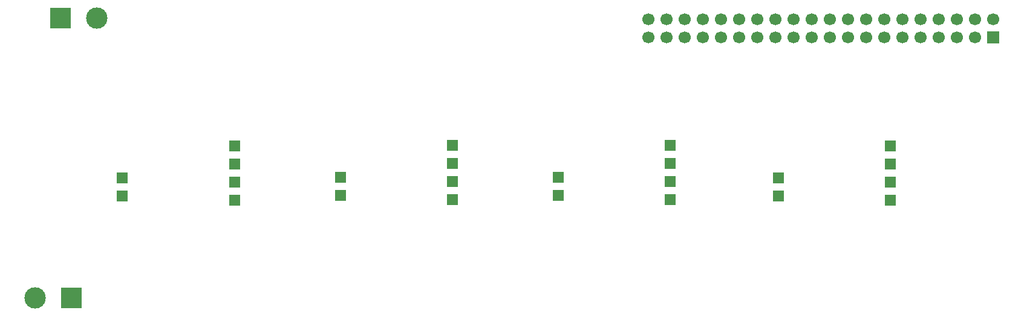
<source format=gbr>
%TF.GenerationSoftware,KiCad,Pcbnew,9.0.2*%
%TF.CreationDate,2025-07-16T22:26:27+02:00*%
%TF.ProjectId,flt-ctl-fo,666c742d-6374-46c2-9d66-6f2e6b696361,rev?*%
%TF.SameCoordinates,Original*%
%TF.FileFunction,Soldermask,Bot*%
%TF.FilePolarity,Negative*%
%FSLAX46Y46*%
G04 Gerber Fmt 4.6, Leading zero omitted, Abs format (unit mm)*
G04 Created by KiCad (PCBNEW 9.0.2) date 2025-07-16 22:26:27*
%MOMM*%
%LPD*%
G01*
G04 APERTURE LIST*
%ADD10R,3.000000X3.000000*%
%ADD11C,3.000000*%
%ADD12R,1.500000X1.500000*%
%ADD13R,1.700000X1.700000*%
%ADD14C,1.700000*%
G04 APERTURE END LIST*
D10*
%TO.C,J3*%
X84540000Y-119600000D03*
D11*
X79460000Y-119600000D03*
%TD*%
D12*
%TO.C,KR1*%
X107375000Y-98275000D03*
X107375000Y-100815000D03*
X107375000Y-103355000D03*
X107375000Y-105895000D03*
X91675000Y-102775000D03*
X91675000Y-105315000D03*
%TD*%
%TO.C,KR4*%
X199200000Y-98250000D03*
X199200000Y-100790000D03*
X199200000Y-103330000D03*
X199200000Y-105870000D03*
X183500000Y-102750000D03*
X183500000Y-105290000D03*
%TD*%
%TO.C,KR3*%
X168375000Y-98225000D03*
X168375000Y-100765000D03*
X168375000Y-103305000D03*
X168375000Y-105845000D03*
X152675000Y-102725000D03*
X152675000Y-105265000D03*
%TD*%
%TO.C,KR2*%
X137900000Y-98225000D03*
X137900000Y-100765000D03*
X137900000Y-103305000D03*
X137900000Y-105845000D03*
X122200000Y-102725000D03*
X122200000Y-105265000D03*
%TD*%
D10*
%TO.C,J1*%
X83010000Y-80325000D03*
D11*
X88090000Y-80325000D03*
%TD*%
D13*
%TO.C,J2*%
X213610000Y-83075000D03*
D14*
X213610000Y-80535000D03*
X211070000Y-83075000D03*
X211070000Y-80535000D03*
X208530000Y-83075000D03*
X208530000Y-80535000D03*
X205990000Y-83075000D03*
X205990000Y-80535000D03*
X203450000Y-83075000D03*
X203450000Y-80535000D03*
X200910000Y-83075000D03*
X200910000Y-80535000D03*
X198370000Y-83075000D03*
X198370000Y-80535000D03*
X195830000Y-83075000D03*
X195830000Y-80535000D03*
X193290000Y-83075000D03*
X193290000Y-80535000D03*
X190750000Y-83075000D03*
X190750000Y-80535000D03*
X188210000Y-83075000D03*
X188210000Y-80535000D03*
X185670000Y-83075000D03*
X185670000Y-80535000D03*
X183130000Y-83075000D03*
X183130000Y-80535000D03*
X180590000Y-83075000D03*
X180590000Y-80535000D03*
X178050000Y-83075000D03*
X178050000Y-80535000D03*
X175510000Y-83075000D03*
X175510000Y-80535000D03*
X172970000Y-83075000D03*
X172970000Y-80535000D03*
X170430000Y-83075000D03*
X170430000Y-80535000D03*
X167890000Y-83075000D03*
X167890000Y-80535000D03*
X165350000Y-83075000D03*
X165350000Y-80535000D03*
%TD*%
M02*

</source>
